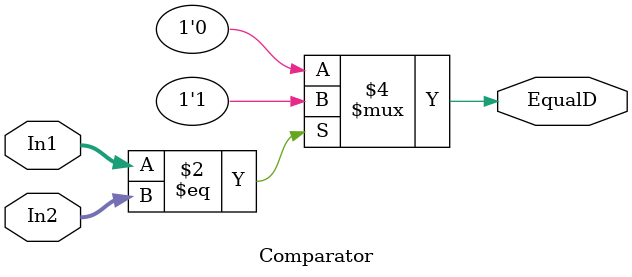
<source format=v>
`timescale 1ns / 1ps

module Comparator #(parameter AWL = 6, DWL = 32, DEPTH = 2**AWL)
                   (input [DWL-1:0] In1, In2,
                    output reg EqualD);
                    
    always @ (*) begin
        if (In1 == In2)
            EqualD = 1'b1;
        else
            EqualD = 1'b0;
    end
                    
endmodule

</source>
